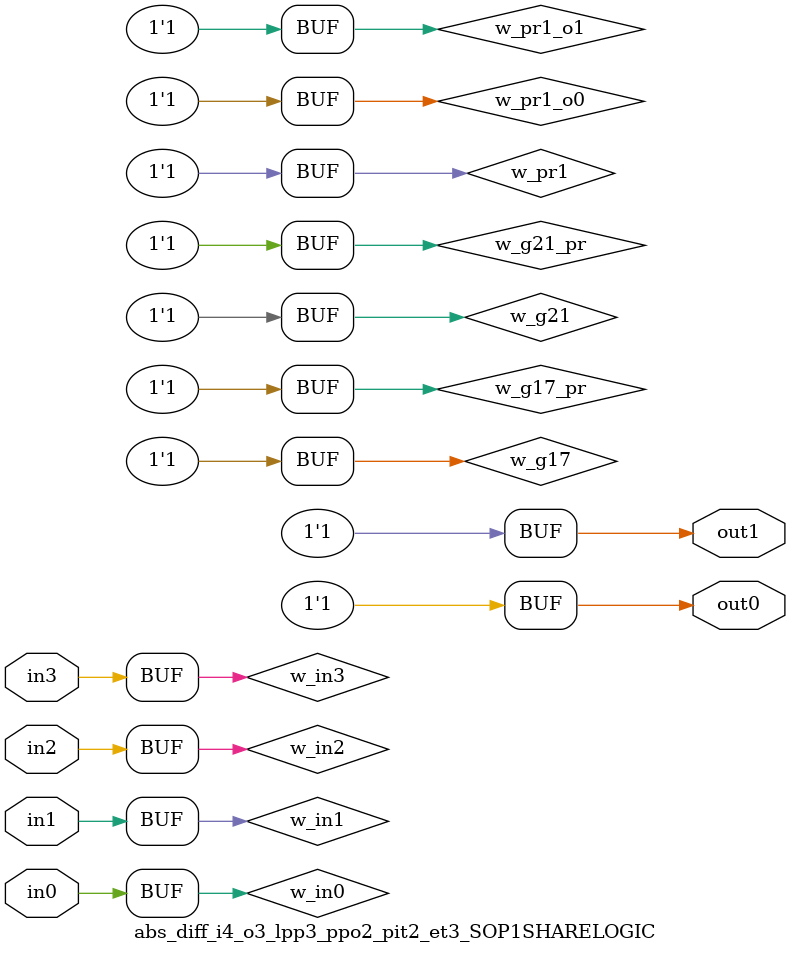
<source format=v>
module abs_diff_i4_o3_lpp3_ppo2_pit2_et3_SOP1SHARELOGIC (in0, in1, in2, in3, out0, out1);
// declaring inputs
input in0,  in1,  in2,  in3;
// declaring outputs
output out0,  out1;
// JSON model input
wire w_in3, w_in2, w_in1, w_in0;
// JSON model output
wire w_g17, w_g21;
//json model
wire w_g17_pr, w_g21_pr, w_pr0_o0, w_pr1_o0, w_pr0_o1, w_pr1_o1, w_pr0, w_pr1;
// JSON model input assign
assign w_in3 = in3;
assign w_in2 = in2;
assign w_in1 = in1;
assign w_in0 = in0;

//json model assigns (approximated Shared/XPAT part)
//assign literals to products
assign w_pr0 = w_in0 & w_in3;
assign w_pr1 = 1;
//if a product has literals and if the product is being "activated" for that output
assign w_pr0_o0 = w_pr0 & 1;
assign w_pr1_o0 = w_pr1 & 1;
assign w_pr0_o1 = w_pr0 & 0;
assign w_pr1_o1 = w_pr1 & 1;
//compose an output with corresponding products (OR)
assign w_g17 = w_pr0_o0 | w_pr1_o0;
assign w_g21 = w_pr0_o1 | w_pr1_o1;
//if an output has products and if it is part of the JSON model
assign w_g17_pr = w_g17 & 1;
assign w_g21_pr = w_g21 & 1;
// output assigns
assign out0 = w_g17_pr;
assign out1 = w_g21_pr;
endmodule
</source>
